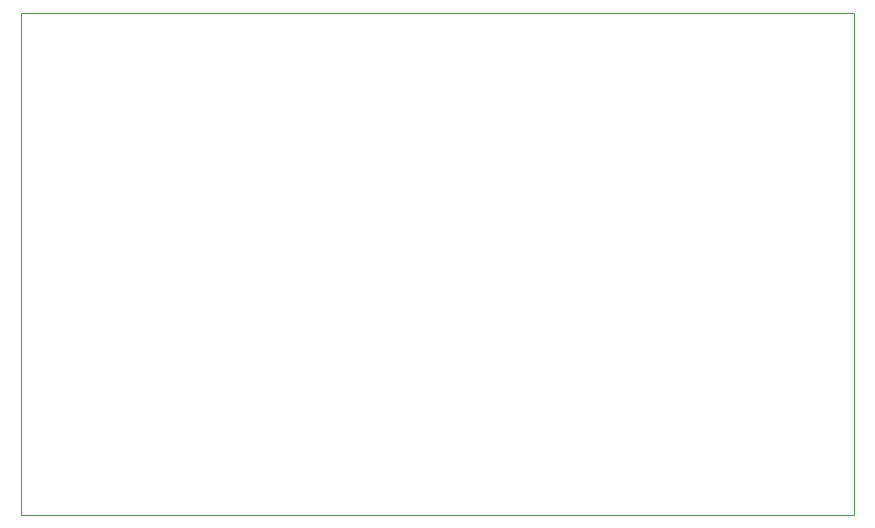
<source format=gbr>
%TF.GenerationSoftware,KiCad,Pcbnew,(5.1.8)-1*%
%TF.CreationDate,2025-01-07T13:33:42+03:00*%
%TF.ProjectId,Reg,5265672e-6b69-4636-9164-5f7063625858,rev?*%
%TF.SameCoordinates,Original*%
%TF.FileFunction,Profile,NP*%
%FSLAX46Y46*%
G04 Gerber Fmt 4.6, Leading zero omitted, Abs format (unit mm)*
G04 Created by KiCad (PCBNEW (5.1.8)-1) date 2025-01-07 13:33:42*
%MOMM*%
%LPD*%
G01*
G04 APERTURE LIST*
%TA.AperFunction,Profile*%
%ADD10C,0.050000*%
%TD*%
G04 APERTURE END LIST*
D10*
X51435000Y-13970000D02*
X51435000Y-56515000D01*
X121920000Y-13970000D02*
X51435000Y-13970000D01*
X121920000Y-56515000D02*
X121920000Y-13970000D01*
X51435000Y-56515000D02*
X121920000Y-56515000D01*
M02*

</source>
